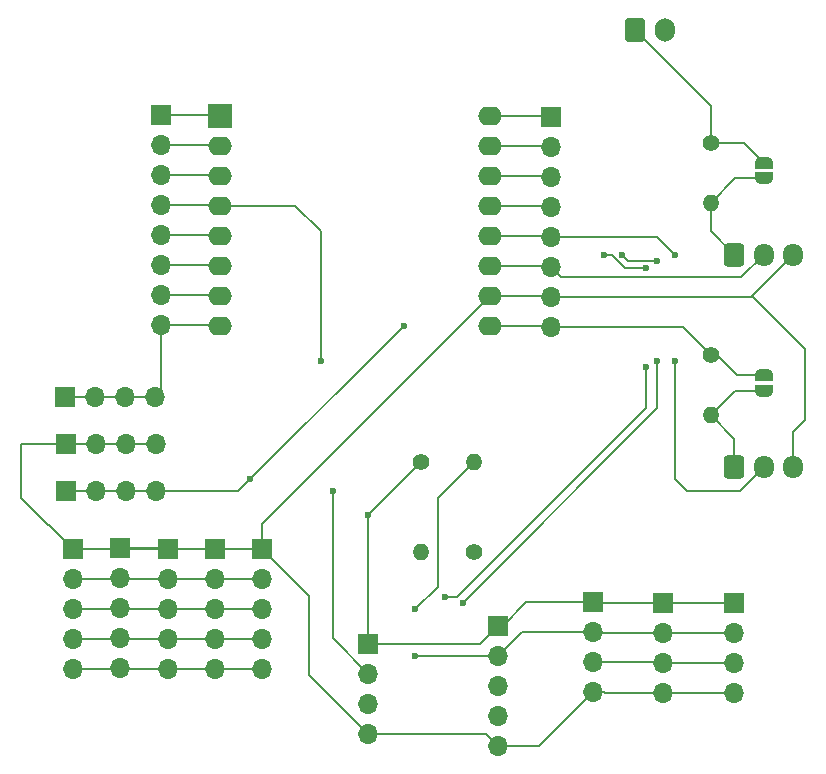
<source format=gbr>
%TF.GenerationSoftware,KiCad,Pcbnew,8.0.5*%
%TF.CreationDate,2024-10-07T23:19:43+02:00*%
%TF.ProjectId,D1 Breadboard,44312042-7265-4616-9462-6f6172642e6b,rev?*%
%TF.SameCoordinates,Original*%
%TF.FileFunction,Copper,L1,Top*%
%TF.FilePolarity,Positive*%
%FSLAX46Y46*%
G04 Gerber Fmt 4.6, Leading zero omitted, Abs format (unit mm)*
G04 Created by KiCad (PCBNEW 8.0.5) date 2024-10-07 23:19:43*
%MOMM*%
%LPD*%
G01*
G04 APERTURE LIST*
G04 Aperture macros list*
%AMRoundRect*
0 Rectangle with rounded corners*
0 $1 Rounding radius*
0 $2 $3 $4 $5 $6 $7 $8 $9 X,Y pos of 4 corners*
0 Add a 4 corners polygon primitive as box body*
4,1,4,$2,$3,$4,$5,$6,$7,$8,$9,$2,$3,0*
0 Add four circle primitives for the rounded corners*
1,1,$1+$1,$2,$3*
1,1,$1+$1,$4,$5*
1,1,$1+$1,$6,$7*
1,1,$1+$1,$8,$9*
0 Add four rect primitives between the rounded corners*
20,1,$1+$1,$2,$3,$4,$5,0*
20,1,$1+$1,$4,$5,$6,$7,0*
20,1,$1+$1,$6,$7,$8,$9,0*
20,1,$1+$1,$8,$9,$2,$3,0*%
%AMFreePoly0*
4,1,19,0.500000,-0.750000,0.000000,-0.750000,0.000000,-0.744911,-0.071157,-0.744911,-0.207708,-0.704816,-0.327430,-0.627875,-0.420627,-0.520320,-0.479746,-0.390866,-0.500000,-0.250000,-0.500000,0.250000,-0.479746,0.390866,-0.420627,0.520320,-0.327430,0.627875,-0.207708,0.704816,-0.071157,0.744911,0.000000,0.744911,0.000000,0.750000,0.500000,0.750000,0.500000,-0.750000,0.500000,-0.750000,
$1*%
%AMFreePoly1*
4,1,19,0.000000,0.744911,0.071157,0.744911,0.207708,0.704816,0.327430,0.627875,0.420627,0.520320,0.479746,0.390866,0.500000,0.250000,0.500000,-0.250000,0.479746,-0.390866,0.420627,-0.520320,0.327430,-0.627875,0.207708,-0.704816,0.071157,-0.744911,0.000000,-0.744911,0.000000,-0.750000,-0.500000,-0.750000,-0.500000,0.750000,0.000000,0.750000,0.000000,0.744911,0.000000,0.744911,
$1*%
G04 Aperture macros list end*
%TA.AperFunction,ComponentPad*%
%ADD10RoundRect,0.250000X-0.600000X-0.750000X0.600000X-0.750000X0.600000X0.750000X-0.600000X0.750000X0*%
%TD*%
%TA.AperFunction,ComponentPad*%
%ADD11O,1.700000X2.000000*%
%TD*%
%TA.AperFunction,ComponentPad*%
%ADD12R,1.700000X1.700000*%
%TD*%
%TA.AperFunction,ComponentPad*%
%ADD13O,1.700000X1.700000*%
%TD*%
%TA.AperFunction,SMDPad,CuDef*%
%ADD14FreePoly0,270.000000*%
%TD*%
%TA.AperFunction,SMDPad,CuDef*%
%ADD15FreePoly1,270.000000*%
%TD*%
%TA.AperFunction,ComponentPad*%
%ADD16R,2.000000X2.000000*%
%TD*%
%TA.AperFunction,ComponentPad*%
%ADD17O,2.000000X1.600000*%
%TD*%
%TA.AperFunction,ComponentPad*%
%ADD18C,1.400000*%
%TD*%
%TA.AperFunction,ComponentPad*%
%ADD19O,1.400000X1.400000*%
%TD*%
%TA.AperFunction,ComponentPad*%
%ADD20RoundRect,0.250000X-0.600000X-0.725000X0.600000X-0.725000X0.600000X0.725000X-0.600000X0.725000X0*%
%TD*%
%TA.AperFunction,ComponentPad*%
%ADD21O,1.700000X1.950000*%
%TD*%
%TA.AperFunction,ViaPad*%
%ADD22C,0.600000*%
%TD*%
%TA.AperFunction,Conductor*%
%ADD23C,0.200000*%
%TD*%
G04 APERTURE END LIST*
D10*
%TO.P,J18,1,Pin_1*%
%TO.N,+5V*%
X64600000Y-17000000D03*
D11*
%TO.P,J18,2,Pin_2*%
%TO.N,GND*%
X67100000Y-17000000D03*
%TD*%
D12*
%TO.P,J11,1,Pin_1*%
%TO.N,+5V*%
X53000000Y-67380000D03*
D13*
%TO.P,J11,2,Pin_2*%
%TO.N,+3V3*%
X53000000Y-69920000D03*
%TO.P,J11,3,Pin_3*%
%TO.N,Net-(J11-Pin_3)*%
X53000000Y-72460000D03*
%TO.P,J11,4,Pin_4*%
%TO.N,Net-(J11-Pin_4)*%
X53000000Y-75000000D03*
%TO.P,J11,5,Pin_5*%
%TO.N,GND*%
X53000000Y-77540000D03*
%TD*%
D14*
%TO.P,JP2,1,A*%
%TO.N,+5V*%
X75500000Y-28225000D03*
D15*
%TO.P,JP2,2,B*%
%TO.N,Net-(J13-Pin_1)*%
X75500000Y-29525000D03*
%TD*%
D12*
%TO.P,J14,1,Pin_1*%
%TO.N,+5V*%
X42000000Y-68920000D03*
D13*
%TO.P,J14,2,Pin_2*%
%TO.N,Net-(J14-Pin_2)*%
X42000000Y-71460000D03*
%TO.P,J14,3,Pin_3*%
%TO.N,unconnected-(J14-Pin_3-Pad3)*%
X42000000Y-74000000D03*
%TO.P,J14,4,Pin_4*%
%TO.N,GND*%
X42000000Y-76540000D03*
%TD*%
D12*
%TO.P,J3,1,Pin_1*%
%TO.N,GND*%
X16460000Y-52000000D03*
D13*
%TO.P,J3,2,Pin_2*%
X19000000Y-52000000D03*
%TO.P,J3,3,Pin_3*%
X21540000Y-52000000D03*
%TO.P,J3,4,Pin_4*%
X24080000Y-52000000D03*
%TD*%
D14*
%TO.P,JP1,1,A*%
%TO.N,+5V*%
X75500000Y-46200000D03*
D15*
%TO.P,JP1,2,B*%
%TO.N,Net-(J12-Pin_1)*%
X75500000Y-47500000D03*
%TD*%
D12*
%TO.P,J7,1,Pin_1*%
%TO.N,+3V3*%
X16380000Y-48000000D03*
D13*
%TO.P,J7,2,Pin_2*%
X18920000Y-48000000D03*
%TO.P,J7,3,Pin_3*%
X21460000Y-48000000D03*
%TO.P,J7,4,Pin_4*%
X24000000Y-48000000D03*
%TD*%
D16*
%TO.P,U1,1,~{RST}*%
%TO.N,Net-(J8-Pin_1)*%
X29500000Y-24220000D03*
D17*
%TO.P,U1,2,A0*%
%TO.N,Net-(J8-Pin_2)*%
X29500000Y-26760000D03*
%TO.P,U1,3,D0*%
%TO.N,Net-(J8-Pin_3)*%
X29500000Y-29300000D03*
%TO.P,U1,4,SCK/D5*%
%TO.N,Net-(J14-Pin_2)*%
X29500000Y-31840000D03*
%TO.P,U1,5,MISO/D6*%
%TO.N,Net-(J15-Pin_3)*%
X29500000Y-34380000D03*
%TO.P,U1,6,MOSI/D7*%
%TO.N,Net-(J8-Pin_6)*%
X29500000Y-36920000D03*
%TO.P,U1,7,CS/D8*%
%TO.N,Net-(J8-Pin_7)*%
X29500000Y-39460000D03*
%TO.P,U1,8,3V3*%
%TO.N,+3V3*%
X29500000Y-42000000D03*
%TO.P,U1,9,5V*%
%TO.N,+5V*%
X52360000Y-42000000D03*
%TO.P,U1,10,GND*%
%TO.N,GND*%
X52360000Y-39460000D03*
%TO.P,U1,11,D4*%
%TO.N,Net-(J13-Pin_2)*%
X52360000Y-36920000D03*
%TO.P,U1,12,D3*%
%TO.N,Net-(J12-Pin_2)*%
X52360000Y-34380000D03*
%TO.P,U1,13,SDA/D2*%
%TO.N,Net-(J11-Pin_4)*%
X52360000Y-31840000D03*
%TO.P,U1,14,SCL/D1*%
%TO.N,Net-(J11-Pin_3)*%
X52360000Y-29300000D03*
%TO.P,U1,15,RX*%
%TO.N,Net-(J9-Pin_2)*%
X52360000Y-26760000D03*
%TO.P,U1,16,TX*%
%TO.N,Net-(J9-Pin_1)*%
X52360000Y-24220000D03*
%TD*%
D18*
%TO.P,R4,1*%
%TO.N,+5V*%
X71000000Y-26525000D03*
D19*
%TO.P,R4,2*%
%TO.N,Net-(J13-Pin_1)*%
X71000000Y-31605000D03*
%TD*%
D18*
%TO.P,R3,1*%
%TO.N,+5V*%
X71000000Y-44500000D03*
D19*
%TO.P,R3,2*%
%TO.N,Net-(J12-Pin_1)*%
X71000000Y-49580000D03*
%TD*%
D12*
%TO.P,J4,1,Pin_1*%
%TO.N,GND*%
X33035000Y-60885000D03*
D13*
%TO.P,J4,2,Pin_2*%
%TO.N,Net-(J1-Pin_2)*%
X33035000Y-63425000D03*
%TO.P,J4,3,Pin_3*%
%TO.N,Net-(J1-Pin_3)*%
X33035000Y-65965000D03*
%TO.P,J4,4,Pin_4*%
%TO.N,Net-(J1-Pin_4)*%
X33035000Y-68505000D03*
%TO.P,J4,5,Pin_5*%
%TO.N,Net-(J1-Pin_5)*%
X33035000Y-71045000D03*
%TD*%
D18*
%TO.P,R1,1*%
%TO.N,+5V*%
X46500000Y-53500000D03*
D19*
%TO.P,R1,2*%
%TO.N,Net-(J15-Pin_3)*%
X46500000Y-61120000D03*
%TD*%
D12*
%TO.P,J8,1,Pin_1*%
%TO.N,Net-(J8-Pin_1)*%
X24500000Y-24125000D03*
D13*
%TO.P,J8,2,Pin_2*%
%TO.N,Net-(J8-Pin_2)*%
X24500000Y-26665000D03*
%TO.P,J8,3,Pin_3*%
%TO.N,Net-(J8-Pin_3)*%
X24500000Y-29205000D03*
%TO.P,J8,4,Pin_4*%
%TO.N,Net-(J14-Pin_2)*%
X24500000Y-31745000D03*
%TO.P,J8,5,Pin_5*%
%TO.N,Net-(J15-Pin_3)*%
X24500000Y-34285000D03*
%TO.P,J8,6,Pin_6*%
%TO.N,Net-(J8-Pin_6)*%
X24500000Y-36825000D03*
%TO.P,J8,7,Pin_7*%
%TO.N,Net-(J8-Pin_7)*%
X24500000Y-39365000D03*
%TO.P,J8,8,Pin_8*%
%TO.N,+3V3*%
X24500000Y-41905000D03*
%TD*%
%TO.P,J16,4,Pin_4*%
%TO.N,GND*%
X67000000Y-73080000D03*
%TO.P,J16,3,Pin_3*%
%TO.N,Net-(J15-Pin_3)*%
X67000000Y-70540000D03*
%TO.P,J16,2,Pin_2*%
%TO.N,+3V3*%
X67000000Y-68000000D03*
D12*
%TO.P,J16,1,Pin_1*%
%TO.N,+5V*%
X67000000Y-65460000D03*
%TD*%
%TO.P,J9,1,Pin_1*%
%TO.N,Net-(J9-Pin_1)*%
X57500000Y-24340000D03*
D13*
%TO.P,J9,2,Pin_2*%
%TO.N,Net-(J9-Pin_2)*%
X57500000Y-26880000D03*
%TO.P,J9,3,Pin_3*%
%TO.N,Net-(J11-Pin_3)*%
X57500000Y-29420000D03*
%TO.P,J9,4,Pin_4*%
%TO.N,Net-(J11-Pin_4)*%
X57500000Y-31960000D03*
%TO.P,J9,5,Pin_5*%
%TO.N,Net-(J12-Pin_2)*%
X57500000Y-34500000D03*
%TO.P,J9,6,Pin_6*%
%TO.N,Net-(J13-Pin_2)*%
X57500000Y-37040000D03*
%TO.P,J9,7,Pin_7*%
%TO.N,GND*%
X57500000Y-39580000D03*
%TO.P,J9,8,Pin_8*%
%TO.N,+5V*%
X57500000Y-42120000D03*
%TD*%
%TO.P,J15,4,Pin_4*%
%TO.N,GND*%
X61000000Y-73000000D03*
%TO.P,J15,3,Pin_3*%
%TO.N,Net-(J15-Pin_3)*%
X61000000Y-70460000D03*
%TO.P,J15,2,Pin_2*%
%TO.N,+3V3*%
X61000000Y-67920000D03*
D12*
%TO.P,J15,1,Pin_1*%
%TO.N,+5V*%
X61000000Y-65380000D03*
%TD*%
D13*
%TO.P,J10,4,Pin_4*%
%TO.N,+5V*%
X24080000Y-56000000D03*
%TO.P,J10,3,Pin_3*%
X21540000Y-56000000D03*
%TO.P,J10,2,Pin_2*%
X19000000Y-56000000D03*
D12*
%TO.P,J10,1,Pin_1*%
X16460000Y-56000000D03*
%TD*%
D18*
%TO.P,R2,1*%
%TO.N,Net-(J15-Pin_3)*%
X51000000Y-61120000D03*
D19*
%TO.P,R2,2*%
%TO.N,+3V3*%
X51000000Y-53500000D03*
%TD*%
D13*
%TO.P,J17,4,Pin_4*%
%TO.N,GND*%
X73000000Y-73080000D03*
%TO.P,J17,3,Pin_3*%
%TO.N,Net-(J15-Pin_3)*%
X73000000Y-70540000D03*
%TO.P,J17,2,Pin_2*%
%TO.N,+3V3*%
X73000000Y-68000000D03*
D12*
%TO.P,J17,1,Pin_1*%
%TO.N,+5V*%
X73000000Y-65460000D03*
%TD*%
%TO.P,J1,1,Pin_1*%
%TO.N,GND*%
X17035000Y-60920000D03*
D13*
%TO.P,J1,2,Pin_2*%
%TO.N,Net-(J1-Pin_2)*%
X17035000Y-63460000D03*
%TO.P,J1,3,Pin_3*%
%TO.N,Net-(J1-Pin_3)*%
X17035000Y-66000000D03*
%TO.P,J1,4,Pin_4*%
%TO.N,Net-(J1-Pin_4)*%
X17035000Y-68540000D03*
%TO.P,J1,5,Pin_5*%
%TO.N,Net-(J1-Pin_5)*%
X17035000Y-71080000D03*
%TD*%
D12*
%TO.P,J5,1,Pin_1*%
%TO.N,GND*%
X21035000Y-60840000D03*
D13*
%TO.P,J5,2,Pin_2*%
%TO.N,Net-(J1-Pin_2)*%
X21035000Y-63380000D03*
%TO.P,J5,3,Pin_3*%
%TO.N,Net-(J1-Pin_3)*%
X21035000Y-65920000D03*
%TO.P,J5,4,Pin_4*%
%TO.N,Net-(J1-Pin_4)*%
X21035000Y-68460000D03*
%TO.P,J5,5,Pin_5*%
%TO.N,Net-(J1-Pin_5)*%
X21035000Y-71000000D03*
%TD*%
D12*
%TO.P,J6,1,Pin_1*%
%TO.N,GND*%
X25035000Y-60920000D03*
D13*
%TO.P,J6,2,Pin_2*%
%TO.N,Net-(J1-Pin_2)*%
X25035000Y-63460000D03*
%TO.P,J6,3,Pin_3*%
%TO.N,Net-(J1-Pin_3)*%
X25035000Y-66000000D03*
%TO.P,J6,4,Pin_4*%
%TO.N,Net-(J1-Pin_4)*%
X25035000Y-68540000D03*
%TO.P,J6,5,Pin_5*%
%TO.N,Net-(J1-Pin_5)*%
X25035000Y-71080000D03*
%TD*%
D20*
%TO.P,J13,1,Pin_1*%
%TO.N,Net-(J13-Pin_1)*%
X73000000Y-36000000D03*
D21*
%TO.P,J13,2,Pin_2*%
%TO.N,Net-(J13-Pin_2)*%
X75500000Y-36000000D03*
%TO.P,J13,3,Pin_3*%
%TO.N,GND*%
X78000000Y-36000000D03*
%TD*%
D20*
%TO.P,J12,1,Pin_1*%
%TO.N,Net-(J12-Pin_1)*%
X73000000Y-54000000D03*
D21*
%TO.P,J12,2,Pin_2*%
%TO.N,Net-(J12-Pin_2)*%
X75500000Y-54000000D03*
%TO.P,J12,3,Pin_3*%
%TO.N,GND*%
X78000000Y-54000000D03*
%TD*%
D12*
%TO.P,J2,1,Pin_1*%
%TO.N,GND*%
X29035000Y-60920000D03*
D13*
%TO.P,J2,2,Pin_2*%
%TO.N,Net-(J1-Pin_2)*%
X29035000Y-63460000D03*
%TO.P,J2,3,Pin_3*%
%TO.N,Net-(J1-Pin_3)*%
X29035000Y-66000000D03*
%TO.P,J2,4,Pin_4*%
%TO.N,Net-(J1-Pin_4)*%
X29035000Y-68540000D03*
%TO.P,J2,5,Pin_5*%
%TO.N,Net-(J1-Pin_5)*%
X29035000Y-71080000D03*
%TD*%
D22*
%TO.N,+3V3*%
X46000000Y-70000000D03*
X46000000Y-66000000D03*
%TO.N,Net-(J11-Pin_4)*%
X65500000Y-37100000D03*
X48500000Y-65000000D03*
X62000000Y-36000000D03*
X65500000Y-45500000D03*
%TO.N,Net-(J11-Pin_3)*%
X66500000Y-36500000D03*
X66500000Y-45000000D03*
X50000000Y-65500000D03*
X63500000Y-36000000D03*
%TO.N,Net-(J14-Pin_2)*%
X39000000Y-56000000D03*
X38000000Y-45000000D03*
%TO.N,+5V*%
X32000000Y-55000000D03*
X42000000Y-58000000D03*
%TO.N,Net-(J12-Pin_2)*%
X68000000Y-36000000D03*
X68000000Y-45000000D03*
%TO.N,+5V*%
X45000000Y-42000000D03*
%TD*%
D23*
%TO.N,Net-(J11-Pin_4)*%
X65500000Y-49000000D02*
X65500000Y-45500000D01*
X48500000Y-65000000D02*
X49500000Y-65000000D01*
X49500000Y-65000000D02*
X65500000Y-49000000D01*
%TO.N,+3V3*%
X47000000Y-70000000D02*
X47080000Y-69920000D01*
X51000000Y-53500000D02*
X47900000Y-56600000D01*
X47900000Y-56600000D02*
X47900000Y-64100000D01*
X47080000Y-69920000D02*
X53000000Y-69920000D01*
X47900000Y-64100000D02*
X46000000Y-66000000D01*
X46000000Y-70000000D02*
X47000000Y-70000000D01*
%TO.N,Net-(J11-Pin_4)*%
X63751471Y-37100000D02*
X62651471Y-36000000D01*
X65500000Y-37100000D02*
X63751471Y-37100000D01*
X62651471Y-36000000D02*
X62000000Y-36000000D01*
%TO.N,Net-(J11-Pin_3)*%
X66500000Y-49000000D02*
X66500000Y-45000000D01*
X66500000Y-36500000D02*
X64000000Y-36500000D01*
X50000000Y-65500000D02*
X66500000Y-49000000D01*
X64000000Y-36500000D02*
X63500000Y-36000000D01*
%TO.N,Net-(J15-Pin_3)*%
X67000000Y-70540000D02*
X66540000Y-70540000D01*
X66540000Y-70540000D02*
X66460000Y-70460000D01*
X66460000Y-70460000D02*
X61000000Y-70460000D01*
X73000000Y-70540000D02*
X67000000Y-70540000D01*
%TO.N,+3V3*%
X67000000Y-68000000D02*
X73000000Y-68000000D01*
X61000000Y-67920000D02*
X61420000Y-67920000D01*
X61420000Y-67920000D02*
X61500000Y-68000000D01*
X61500000Y-68000000D02*
X67000000Y-68000000D01*
X61000000Y-67920000D02*
X55000000Y-67920000D01*
X55000000Y-67920000D02*
X53000000Y-69920000D01*
%TO.N,GND*%
X67000000Y-73080000D02*
X73000000Y-73080000D01*
X61000000Y-73000000D02*
X62000000Y-73000000D01*
X62000000Y-73000000D02*
X62080000Y-73080000D01*
X62080000Y-73080000D02*
X67000000Y-73080000D01*
X53000000Y-77540000D02*
X56460000Y-77540000D01*
X56460000Y-77540000D02*
X61000000Y-73000000D01*
%TO.N,+5V*%
X67000000Y-65460000D02*
X73000000Y-65460000D01*
X61000000Y-65380000D02*
X61120000Y-65380000D01*
X61200000Y-65460000D02*
X67000000Y-65460000D01*
X61120000Y-65380000D02*
X61200000Y-65460000D01*
X53000000Y-67380000D02*
X53380000Y-67380000D01*
X53380000Y-67380000D02*
X55380000Y-65380000D01*
X55380000Y-65380000D02*
X61000000Y-65380000D01*
X42000000Y-68920000D02*
X51460000Y-68920000D01*
X51460000Y-68920000D02*
X53000000Y-67380000D01*
%TO.N,GND*%
X42000000Y-76540000D02*
X52000000Y-76540000D01*
X52000000Y-76540000D02*
X53000000Y-77540000D01*
%TO.N,Net-(J14-Pin_2)*%
X38000000Y-34000000D02*
X35840000Y-31840000D01*
X42000000Y-71460000D02*
X39000000Y-68460000D01*
X38000000Y-45000000D02*
X38000000Y-34000000D01*
X35840000Y-31840000D02*
X29500000Y-31840000D01*
X39000000Y-68460000D02*
X39000000Y-56000000D01*
%TO.N,+5V*%
X42000000Y-68920000D02*
X42000000Y-58000000D01*
X42000000Y-58000000D02*
X46500000Y-53500000D01*
%TO.N,GND*%
X42000000Y-76540000D02*
X37000000Y-71540000D01*
X37000000Y-71540000D02*
X37000000Y-64850000D01*
X37000000Y-64850000D02*
X33035000Y-60885000D01*
%TO.N,Net-(J12-Pin_2)*%
X68000000Y-36000000D02*
X66500000Y-34500000D01*
X73500000Y-56000000D02*
X69000000Y-56000000D01*
X75500000Y-54000000D02*
X73500000Y-56000000D01*
X69000000Y-56000000D02*
X68000000Y-55000000D01*
X68000000Y-55000000D02*
X68000000Y-45000000D01*
X66500000Y-34500000D02*
X57500000Y-34500000D01*
%TO.N,Net-(J13-Pin_2)*%
X57500000Y-37040000D02*
X58350000Y-37890000D01*
X58350000Y-37890000D02*
X73610000Y-37890000D01*
X73610000Y-37890000D02*
X75500000Y-36000000D01*
%TO.N,+5V*%
X24080000Y-56000000D02*
X16460000Y-56000000D01*
X45000000Y-42000000D02*
X31000000Y-56000000D01*
X31000000Y-56000000D02*
X24080000Y-56000000D01*
%TO.N,GND*%
X16460000Y-52000000D02*
X24080000Y-52000000D01*
%TO.N,+3V3*%
X24000000Y-48000000D02*
X16380000Y-48000000D01*
X24500000Y-41905000D02*
X24500000Y-47500000D01*
X24500000Y-47500000D02*
X24000000Y-48000000D01*
%TO.N,GND*%
X12600000Y-56600000D02*
X12600000Y-52000000D01*
X14885000Y-58885000D02*
X12600000Y-56600000D01*
X12600000Y-52000000D02*
X16460000Y-52000000D01*
X15000000Y-58885000D02*
X14885000Y-58885000D01*
X17035000Y-60920000D02*
X15000000Y-58885000D01*
X33035000Y-60885000D02*
X17070000Y-60885000D01*
X17070000Y-60885000D02*
X17035000Y-60920000D01*
X52360000Y-39460000D02*
X33035000Y-58785000D01*
X33035000Y-58785000D02*
X33035000Y-60885000D01*
X57500000Y-39580000D02*
X74580000Y-39580000D01*
X74580000Y-39580000D02*
X79000000Y-44000000D01*
X79000000Y-44000000D02*
X79000000Y-50000000D01*
X79000000Y-50000000D02*
X78000000Y-51000000D01*
X78000000Y-51000000D02*
X78000000Y-54000000D01*
X57500000Y-39580000D02*
X74420000Y-39580000D01*
X74420000Y-39580000D02*
X78000000Y-36000000D01*
%TO.N,Net-(J13-Pin_1)*%
X71000000Y-31605000D02*
X71000000Y-34000000D01*
X71000000Y-34000000D02*
X73000000Y-36000000D01*
X75500000Y-29525000D02*
X73080000Y-29525000D01*
X73080000Y-29525000D02*
X71000000Y-31605000D01*
%TO.N,+5V*%
X71000000Y-26525000D02*
X71000000Y-23400000D01*
X71000000Y-23400000D02*
X64600000Y-17000000D01*
X71000000Y-26525000D02*
X73800000Y-26525000D01*
X73800000Y-26525000D02*
X75500000Y-28225000D01*
%TO.N,Net-(J12-Pin_1)*%
X71000000Y-49580000D02*
X73000000Y-51580000D01*
X73000000Y-51580000D02*
X73000000Y-54000000D01*
X75500000Y-47500000D02*
X73080000Y-47500000D01*
X73080000Y-47500000D02*
X71000000Y-49580000D01*
%TO.N,+5V*%
X71000000Y-44500000D02*
X71500000Y-44500000D01*
X71500000Y-44500000D02*
X73200000Y-46200000D01*
X73200000Y-46200000D02*
X75500000Y-46200000D01*
X57500000Y-42120000D02*
X68620000Y-42120000D01*
X68620000Y-42120000D02*
X71000000Y-44500000D01*
%TO.N,GND*%
X57380000Y-39460000D02*
X57500000Y-39580000D01*
X17035000Y-60920000D02*
X20955000Y-60920000D01*
X21035000Y-60840000D02*
X24955000Y-60840000D01*
X25035000Y-60920000D02*
X29035000Y-60920000D01*
X52360000Y-39460000D02*
X57380000Y-39460000D01*
X33000000Y-60920000D02*
X33035000Y-60885000D01*
X29035000Y-60920000D02*
X33000000Y-60920000D01*
X24955000Y-60840000D02*
X25035000Y-60920000D01*
X20955000Y-60920000D02*
X21035000Y-60840000D01*
%TO.N,Net-(J8-Pin_1)*%
X24500000Y-24125000D02*
X29405000Y-24125000D01*
X29405000Y-24125000D02*
X29500000Y-24220000D01*
%TO.N,Net-(J8-Pin_2)*%
X24500000Y-26665000D02*
X29405000Y-26665000D01*
X29405000Y-26665000D02*
X29500000Y-26760000D01*
%TO.N,Net-(J8-Pin_7)*%
X29405000Y-39365000D02*
X29500000Y-39460000D01*
X24500000Y-39365000D02*
X29405000Y-39365000D01*
%TO.N,Net-(J8-Pin_6)*%
X24500000Y-36825000D02*
X29405000Y-36825000D01*
X29405000Y-36825000D02*
X29500000Y-36920000D01*
%TO.N,Net-(J8-Pin_3)*%
X29405000Y-29205000D02*
X29500000Y-29300000D01*
X24500000Y-29205000D02*
X29405000Y-29205000D01*
%TO.N,Net-(J9-Pin_2)*%
X57380000Y-26760000D02*
X57500000Y-26880000D01*
X52360000Y-26760000D02*
X57380000Y-26760000D01*
%TO.N,Net-(J9-Pin_1)*%
X52360000Y-24220000D02*
X57380000Y-24220000D01*
X57380000Y-24220000D02*
X57500000Y-24340000D01*
%TO.N,+5V*%
X57380000Y-42000000D02*
X57500000Y-42120000D01*
X52360000Y-42000000D02*
X57380000Y-42000000D01*
%TO.N,+3V3*%
X29405000Y-41905000D02*
X29500000Y-42000000D01*
X24500000Y-41905000D02*
X29405000Y-41905000D01*
%TO.N,Net-(J1-Pin_2)*%
X33000000Y-63460000D02*
X33035000Y-63425000D01*
X17035000Y-63460000D02*
X33000000Y-63460000D01*
%TO.N,Net-(J1-Pin_5)*%
X17035000Y-71080000D02*
X33000000Y-71080000D01*
X33000000Y-71080000D02*
X33035000Y-71045000D01*
%TO.N,Net-(J1-Pin_3)*%
X17035000Y-66000000D02*
X33000000Y-66000000D01*
X33000000Y-66000000D02*
X33035000Y-65965000D01*
%TO.N,Net-(J1-Pin_4)*%
X17035000Y-68540000D02*
X17535000Y-68540000D01*
X17570000Y-68505000D02*
X33035000Y-68505000D01*
X17535000Y-68540000D02*
X17570000Y-68505000D01*
%TO.N,Net-(J15-Pin_3)*%
X29405000Y-34285000D02*
X29500000Y-34380000D01*
X24500000Y-34285000D02*
X29405000Y-34285000D01*
%TO.N,Net-(J14-Pin_2)*%
X29405000Y-31745000D02*
X29500000Y-31840000D01*
X24500000Y-31745000D02*
X29405000Y-31745000D01*
%TO.N,Net-(J11-Pin_4)*%
X52360000Y-31840000D02*
X57380000Y-31840000D01*
X57380000Y-31840000D02*
X57500000Y-31960000D01*
%TO.N,Net-(J12-Pin_2)*%
X57380000Y-34380000D02*
X57500000Y-34500000D01*
X52360000Y-34380000D02*
X57380000Y-34380000D01*
%TO.N,Net-(J13-Pin_2)*%
X52360000Y-36920000D02*
X57380000Y-36920000D01*
X57380000Y-36920000D02*
X57500000Y-37040000D01*
%TO.N,Net-(J11-Pin_3)*%
X57380000Y-29300000D02*
X57500000Y-29420000D01*
X52360000Y-29300000D02*
X57380000Y-29300000D01*
%TD*%
M02*

</source>
